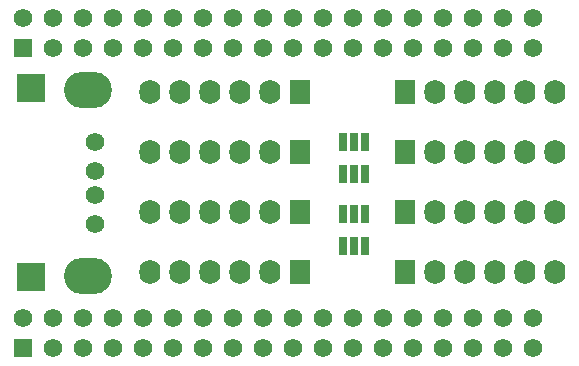
<source format=gts>
G04 #@! TF.FileFunction,Soldermask,Top*
%FSLAX46Y46*%
G04 Gerber Fmt 4.6, Leading zero omitted, Abs format (unit mm)*
G04 Created by KiCad (PCBNEW 4.0.5+dfsg1-4) date Sun Nov 25 11:48:41 2018*
%MOMM*%
%LPD*%
G01*
G04 APERTURE LIST*
%ADD10C,0.100000*%
%ADD11R,2.420000X2.420000*%
%ADD12C,1.574800*%
%ADD13O,4.050800X3.050800*%
%ADD14R,1.574800X1.574800*%
%ADD15R,1.778000X2.082800*%
%ADD16O,1.778000X2.082800*%
%ADD17R,0.700800X1.610800*%
G04 APERTURE END LIST*
D10*
D11*
X127600000Y-113000000D03*
D12*
X133000000Y-101500000D03*
X133000000Y-104000000D03*
X133000000Y-106000000D03*
X133000000Y-108500000D03*
D13*
X132400000Y-97150000D03*
X132400000Y-112850000D03*
D11*
X127600000Y-97000000D03*
D12*
X170091100Y-116433600D03*
X170091100Y-118973600D03*
X167551100Y-116433600D03*
X167551100Y-118973600D03*
X165011100Y-116433600D03*
X165011100Y-118973600D03*
X162471100Y-116433600D03*
X162471100Y-118973600D03*
X159931100Y-116433600D03*
X159931100Y-118973600D03*
X157391100Y-116433600D03*
X157391100Y-118973600D03*
X154851100Y-116433600D03*
X154851100Y-118973600D03*
X152311100Y-116433600D03*
X152311100Y-118973600D03*
X149771100Y-116433600D03*
X149771100Y-118973600D03*
X147231100Y-116433600D03*
X147231100Y-118973600D03*
X144691100Y-116433600D03*
X144691100Y-118973600D03*
X142151100Y-116433600D03*
X142151100Y-118973600D03*
X139611100Y-116433600D03*
X139611100Y-118973600D03*
X137071100Y-116433600D03*
X137071100Y-118973600D03*
X134531100Y-116433600D03*
X134531100Y-118973600D03*
X131991100Y-116433600D03*
X131991100Y-118973600D03*
X129451100Y-116433600D03*
X129451100Y-118973600D03*
X126911100Y-116433600D03*
D14*
X126911100Y-118973600D03*
D12*
X170091100Y-91033600D03*
X170091100Y-93573600D03*
X167551100Y-91033600D03*
X167551100Y-93573600D03*
X165011100Y-91033600D03*
X165011100Y-93573600D03*
X162471100Y-91033600D03*
X162471100Y-93573600D03*
X159931100Y-91033600D03*
X159931100Y-93573600D03*
X157391100Y-91033600D03*
X157391100Y-93573600D03*
X154851100Y-91033600D03*
X154851100Y-93573600D03*
X152311100Y-91033600D03*
X152311100Y-93573600D03*
X149771100Y-91033600D03*
X149771100Y-93573600D03*
X147231100Y-91033600D03*
X147231100Y-93573600D03*
X144691100Y-91033600D03*
X144691100Y-93573600D03*
X142151100Y-91033600D03*
X142151100Y-93573600D03*
X139611100Y-91033600D03*
X139611100Y-93573600D03*
X137071100Y-91033600D03*
X137071100Y-93573600D03*
X134531100Y-91033600D03*
X134531100Y-93573600D03*
X131991100Y-91033600D03*
X131991100Y-93573600D03*
X129451100Y-91033600D03*
X129451100Y-93573600D03*
X126911100Y-91033600D03*
D14*
X126911100Y-93573600D03*
D15*
X150368000Y-97282000D03*
D16*
X147828000Y-97282000D03*
X145288000Y-97282000D03*
X142748000Y-97282000D03*
X140208000Y-97282000D03*
X137668000Y-97282000D03*
D15*
X159258000Y-97282000D03*
D16*
X161798000Y-97282000D03*
X164338000Y-97282000D03*
X166878000Y-97282000D03*
X169418000Y-97282000D03*
X171958000Y-97282000D03*
D15*
X150368000Y-102362000D03*
D16*
X147828000Y-102362000D03*
X145288000Y-102362000D03*
X142748000Y-102362000D03*
X140208000Y-102362000D03*
X137668000Y-102362000D03*
D15*
X159258000Y-102362000D03*
D16*
X161798000Y-102362000D03*
X164338000Y-102362000D03*
X166878000Y-102362000D03*
X169418000Y-102362000D03*
X171958000Y-102362000D03*
D15*
X150368000Y-107442000D03*
D16*
X147828000Y-107442000D03*
X145288000Y-107442000D03*
X142748000Y-107442000D03*
X140208000Y-107442000D03*
X137668000Y-107442000D03*
D15*
X159258000Y-107442000D03*
D16*
X161798000Y-107442000D03*
X164338000Y-107442000D03*
X166878000Y-107442000D03*
X169418000Y-107442000D03*
X171958000Y-107442000D03*
D15*
X150368000Y-112522000D03*
D16*
X147828000Y-112522000D03*
X145288000Y-112522000D03*
X142748000Y-112522000D03*
X140208000Y-112522000D03*
X137668000Y-112522000D03*
D15*
X159258000Y-112522000D03*
D16*
X161798000Y-112522000D03*
X164338000Y-112522000D03*
X166878000Y-112522000D03*
X169418000Y-112522000D03*
X171958000Y-112522000D03*
D17*
X153990000Y-104220000D03*
X154940000Y-104220000D03*
X155890000Y-104220000D03*
X155890000Y-101520000D03*
X153990000Y-101520000D03*
X154940000Y-101520000D03*
X155890000Y-107616000D03*
X154940000Y-107616000D03*
X153990000Y-107616000D03*
X153990000Y-110316000D03*
X155890000Y-110316000D03*
X154940000Y-110316000D03*
M02*

</source>
